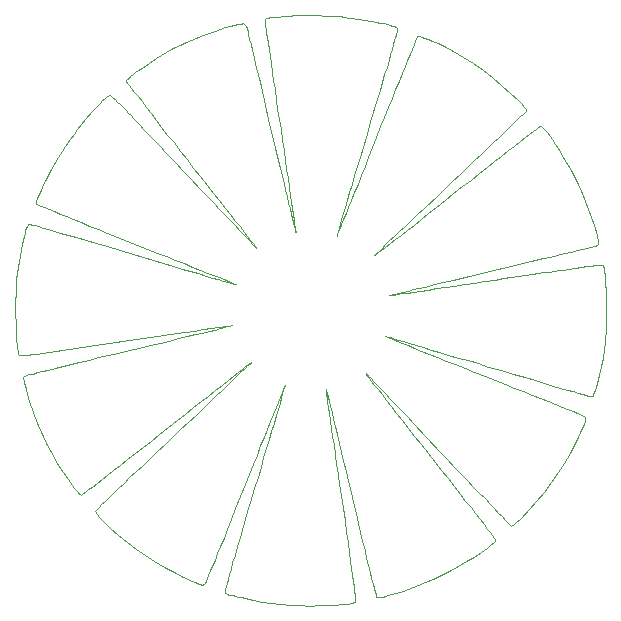
<source format=gbr>
%TF.GenerationSoftware,KiCad,Pcbnew,8.0.4+dfsg-1*%
%TF.CreationDate,2024-08-07T14:19:07+02:00*%
%TF.ProjectId,EMC_antenna,454d435f-616e-4746-956e-6e612e6b6963,rev?*%
%TF.SameCoordinates,Original*%
%TF.FileFunction,Legend,Bot*%
%TF.FilePolarity,Positive*%
%FSLAX46Y46*%
G04 Gerber Fmt 4.6, Leading zero omitted, Abs format (unit mm)*
G04 Created by KiCad (PCBNEW 8.0.4+dfsg-1) date 2024-08-07 14:19:07*
%MOMM*%
%LPD*%
G01*
G04 APERTURE LIST*
%TA.AperFunction,Profile*%
%ADD10C,0.100000*%
%TD*%
G04 APERTURE END LIST*
D10*
%TO.C,AE1*%
X122095379Y-90333310D02*
X122114329Y-91353790D01*
X122100009Y-89302550D02*
X122095379Y-90333310D01*
X122111829Y-88805440D02*
X122100009Y-89302550D01*
X122114329Y-91353790D02*
X122131979Y-91838060D01*
X122130359Y-88332300D02*
X122111829Y-88805440D01*
X122131979Y-91838060D02*
X122154719Y-92293220D01*
X122154719Y-92293220D02*
X122182279Y-92710430D01*
X122155849Y-87891980D02*
X122130359Y-88332300D01*
X122182279Y-92710430D02*
X122214399Y-93080830D01*
X122188569Y-87493320D02*
X122155849Y-87891980D01*
X122214399Y-93080830D02*
X122250809Y-93395580D01*
X122250809Y-93395580D02*
X122291239Y-93645840D01*
X122291239Y-93645840D02*
X122335419Y-93822750D01*
X122335419Y-93822750D02*
X122383079Y-93917470D01*
X122383079Y-93917470D02*
X122422899Y-93944020D01*
X122385429Y-86002490D02*
X122188569Y-87493320D01*
X122422899Y-93944020D02*
X122486889Y-93960610D01*
X122486889Y-93960610D02*
X122583389Y-93966670D01*
X122583389Y-93966670D02*
X122720739Y-93961650D01*
X122660269Y-84538050D02*
X122385429Y-86002490D01*
X122720739Y-93961650D02*
X122907289Y-93944980D01*
X122733699Y-84210590D02*
X122660269Y-84538050D01*
X122773069Y-95952880D02*
X122790889Y-96069090D01*
X122773789Y-95800560D02*
X122773069Y-95952880D01*
X122790889Y-96069090D02*
X122821709Y-96219580D01*
X122807019Y-83907810D02*
X122733699Y-84210590D01*
X122818669Y-95717040D02*
X122773789Y-95800560D01*
X122821709Y-96219580D02*
X122866169Y-96410060D01*
X122866169Y-96410060D02*
X122868866Y-96420901D01*
X122868056Y-96417643D02*
X122988694Y-96902205D01*
X122868866Y-96420901D02*
X122924919Y-96646200D01*
X122874779Y-95695870D02*
X122818669Y-95717040D01*
X122879249Y-83634310D02*
X122807019Y-83907810D01*
X122907289Y-93944980D02*
X123151369Y-93916110D01*
X122924919Y-96646200D02*
X122868056Y-96417643D01*
X122949369Y-83394690D02*
X122879249Y-83634310D01*
X122988694Y-96902205D02*
X123264986Y-97861919D01*
X123016409Y-83193560D02*
X122949369Y-83394690D01*
X123018759Y-95654110D02*
X122874779Y-95695870D01*
X123079349Y-83035520D02*
X123016409Y-83193560D01*
X123137219Y-82925170D02*
X123079349Y-83035520D01*
X123151369Y-93916110D02*
X123461339Y-93874480D01*
X123188999Y-82867120D02*
X123137219Y-82925170D01*
X123233759Y-82866930D02*
X123188999Y-82867120D01*
X123246049Y-95592900D02*
X123018759Y-95654110D01*
X123264986Y-97861919D02*
X123580788Y-98809367D01*
X123338759Y-82885700D02*
X123233759Y-82866930D01*
X123461339Y-93874480D02*
X123845519Y-93819510D01*
X123505599Y-82923880D02*
X123338759Y-82885700D01*
X123552099Y-95513340D02*
X123246049Y-95592900D01*
X123580788Y-98809367D02*
X123935558Y-99742923D01*
X123735859Y-82981930D02*
X123505599Y-82923880D01*
X123832769Y-81004400D02*
X123834159Y-81094330D01*
X123834159Y-81094330D02*
X123861029Y-81152880D01*
X123845519Y-93819510D02*
X128832059Y-93093680D01*
X123860599Y-80873080D02*
X123832769Y-81004400D01*
X123861029Y-81152880D02*
X123913589Y-81180890D01*
X123913589Y-81180890D02*
X124050429Y-81242160D01*
X123921339Y-80690320D02*
X123860599Y-80873080D01*
X123932329Y-95416550D02*
X123552099Y-95513340D01*
X123935558Y-99742923D02*
X124328687Y-100660985D01*
X124018699Y-80446110D02*
X123921339Y-80690320D01*
X124031139Y-83060300D02*
X123735859Y-82981930D01*
X124050429Y-81242160D02*
X124267189Y-81334920D01*
X124156409Y-80130430D02*
X124018699Y-80446110D01*
X124241559Y-79942650D02*
X124156409Y-80130430D01*
X124267189Y-81334920D02*
X124559489Y-81457410D01*
X124328687Y-100660985D02*
X124759501Y-101561977D01*
X124338179Y-79733240D02*
X124241559Y-79942650D01*
X124382199Y-95303660D02*
X123932329Y-95416550D01*
X124393029Y-83159450D02*
X124031139Y-83060300D01*
X124446739Y-79500950D02*
X124338179Y-79733240D01*
X124559489Y-81457410D02*
X124922989Y-81607850D01*
X124567709Y-79244520D02*
X124446739Y-79500950D01*
X124759501Y-101561977D02*
X124991125Y-102004362D01*
X124823129Y-83279840D02*
X124393029Y-83159450D01*
X124897149Y-95175780D02*
X124382199Y-95303660D01*
X124922989Y-81607850D02*
X125353309Y-81784470D01*
X124989179Y-78401930D02*
X124567709Y-79244520D01*
X124991125Y-102004362D02*
X125710199Y-103236910D01*
X125323039Y-83421920D02*
X124823129Y-83279840D01*
X125353309Y-81784470D02*
X125846099Y-81985520D01*
X125452219Y-77579790D02*
X124989179Y-78401930D01*
X125472619Y-95034030D02*
X124897149Y-95175780D01*
X125710199Y-103236910D02*
X126525399Y-104462800D01*
X125713479Y-77152630D02*
X125452219Y-77579790D01*
X125846099Y-81985520D02*
X126396979Y-82209210D01*
X125894339Y-83586140D02*
X125323039Y-83421920D01*
X126002119Y-76702080D02*
X125713479Y-77152630D01*
X126104049Y-94879530D02*
X125472619Y-95034030D01*
X126323799Y-76218620D02*
X126002119Y-76702080D01*
X126396979Y-82209210D02*
X127001599Y-82453780D01*
X126525399Y-104462800D02*
X126721029Y-104735390D01*
X126538619Y-83772970D02*
X125894339Y-83586140D01*
X126684179Y-75692770D02*
X126323799Y-76218620D01*
X126721029Y-104735390D02*
X126907199Y-104985650D01*
X126786889Y-94713400D02*
X126104049Y-94879530D01*
X126907199Y-104985650D02*
X127080819Y-105209220D01*
X127001599Y-82453780D02*
X127655579Y-82717470D01*
X127015619Y-75222850D02*
X126684179Y-75692770D01*
X127080819Y-105209220D02*
X127238799Y-105401710D01*
X127238799Y-105401710D02*
X127378039Y-105558740D01*
X127257489Y-83982860D02*
X126538619Y-83772970D01*
X127333179Y-74789810D02*
X127015619Y-75222850D01*
X127378039Y-105558740D02*
X127495449Y-105675930D01*
X127495449Y-105675930D02*
X127587929Y-105748900D01*
X127516579Y-94536760D02*
X126786889Y-94713400D01*
X127587929Y-105748900D02*
X127652399Y-105773270D01*
X127642679Y-74386610D02*
X127333179Y-74789810D01*
X127652399Y-105773270D02*
X127705089Y-105743270D01*
X127655579Y-82717470D02*
X128354579Y-82998500D01*
X127705089Y-105743270D02*
X127829649Y-105656100D01*
X127829649Y-105656100D02*
X128022329Y-105514690D01*
X127949959Y-74006220D02*
X127642679Y-74386610D01*
X128022329Y-105514690D02*
X128279339Y-105321950D01*
X128052539Y-84216260D02*
X127257489Y-83982860D01*
X128279339Y-105321950D02*
X128596919Y-105080810D01*
X128288559Y-94350720D02*
X127516579Y-94536760D01*
X128354579Y-82998500D02*
X129094219Y-83295110D01*
X128581189Y-73285750D02*
X127949959Y-74006220D01*
X128596919Y-105080810D02*
X128971289Y-104794200D01*
X128832059Y-93093680D02*
X136409369Y-91988280D01*
X128845649Y-107134590D02*
X128852049Y-107175370D01*
X128852049Y-107175370D02*
X128881799Y-107236120D01*
X128881799Y-107236120D02*
X128933229Y-107315070D01*
X128882209Y-107088780D02*
X128845649Y-107134590D01*
X128925359Y-84473630D02*
X128052539Y-84216260D01*
X128933229Y-107315070D02*
X129004669Y-107410480D01*
X128971289Y-104794200D02*
X129398689Y-104465040D01*
X128984289Y-106981430D02*
X128882209Y-107088780D01*
X129004669Y-107410480D02*
X129200889Y-107643660D01*
X129094219Y-83295110D02*
X129870139Y-83605520D01*
X129098269Y-94156410D02*
X128288559Y-94350720D01*
X129148509Y-106815750D02*
X128984289Y-106981430D01*
X129200889Y-107643660D02*
X129457099Y-107921650D01*
X129273539Y-72572170D02*
X128581189Y-73285750D01*
X129371519Y-106595000D02*
X129148509Y-106815750D01*
X129398689Y-104465040D02*
X129875329Y-104096250D01*
X129452559Y-72397720D02*
X129273539Y-72572170D01*
X129457099Y-107921650D02*
X130096079Y-108555970D01*
X129604889Y-72254500D02*
X129452559Y-72397720D01*
X129649939Y-106322410D02*
X129371519Y-106595000D01*
X129733059Y-72140570D02*
X129604889Y-72254500D01*
X129839589Y-72054030D02*
X129733059Y-72140570D01*
X129870139Y-83605520D02*
X130677979Y-83927980D01*
X129875329Y-104096250D02*
X130397459Y-103690760D01*
X129877539Y-84755430D02*
X128925359Y-84473630D01*
X129927029Y-71992930D02*
X129839589Y-72054030D01*
X129941149Y-93954940D02*
X129098269Y-94156410D01*
X129980409Y-106001200D02*
X129649939Y-106322410D01*
X129997879Y-71955360D02*
X129927029Y-71992930D01*
X130054689Y-71939390D02*
X129997879Y-71955360D01*
X130096079Y-108555970D02*
X130814759Y-109201280D01*
X130099979Y-71943090D02*
X130054689Y-71939390D01*
X130142919Y-71961880D02*
X130099979Y-71943090D01*
X130200269Y-71999010D02*
X130142919Y-71961880D01*
X130279619Y-72062360D02*
X130200269Y-71999010D01*
X130359579Y-105634610D02*
X129980409Y-106001200D01*
X130388559Y-72159770D02*
X130279619Y-72062360D01*
X130397459Y-103690760D02*
X130961299Y-103251480D01*
X130534669Y-72299110D02*
X130388559Y-72159770D01*
X130677979Y-83927980D02*
X131513369Y-84260700D01*
X130725539Y-72488230D02*
X130534669Y-72299110D01*
X130784059Y-105225880D02*
X130359579Y-105634610D01*
X130812649Y-93747430D02*
X129941149Y-93954940D01*
X130814759Y-109201280D02*
X131529799Y-109783300D01*
X130910679Y-85062100D02*
X129877539Y-84755430D01*
X130961299Y-103251480D02*
X131563069Y-102781360D01*
X130968759Y-72734990D02*
X130725539Y-72488230D01*
X131250509Y-104778240D02*
X130784059Y-105225880D01*
X131271909Y-73047260D02*
X130968759Y-72734990D01*
X131448339Y-73230410D02*
X131271909Y-73047260D01*
X131467199Y-70735160D02*
X131497219Y-70787790D01*
X131491589Y-70670750D02*
X131467199Y-70735160D01*
X131497219Y-70787790D02*
X131584459Y-70912240D01*
X131513369Y-84260700D02*
X132371959Y-84601930D01*
X131529799Y-109783300D02*
X132285159Y-110351720D01*
X131563069Y-102781360D02*
X132198999Y-102283300D01*
X131564629Y-70578360D02*
X131491589Y-70670750D01*
X131584459Y-70912240D02*
X131725999Y-71104730D01*
X131642589Y-73432880D02*
X131448339Y-73230410D01*
X131681929Y-70461060D02*
X131564629Y-70578360D01*
X131708209Y-93535010D02*
X130812649Y-93747430D01*
X131725999Y-71104730D02*
X131918889Y-71361490D01*
X131755539Y-104294930D02*
X131250509Y-104778240D01*
X131839119Y-70321960D02*
X131681929Y-70461060D01*
X131855619Y-73655660D02*
X131642589Y-73432880D01*
X131918889Y-71361490D02*
X132160229Y-71678760D01*
X132026379Y-85394120D02*
X130910679Y-85062100D01*
X132031789Y-70164130D02*
X131839119Y-70321960D01*
X132088379Y-73899730D02*
X131855619Y-73655660D01*
X132160229Y-71678760D02*
X132447079Y-72052770D01*
X132198999Y-102283300D02*
X132865329Y-101760230D01*
X132255579Y-69990680D02*
X132031789Y-70164130D01*
X132285159Y-110351720D02*
X133069759Y-110899640D01*
X132295809Y-103779170D02*
X131755539Y-104294930D01*
X132341809Y-74166060D02*
X132088379Y-73899730D01*
X132371959Y-84601930D02*
X133229969Y-84942740D01*
X132447079Y-72052770D02*
X132776509Y-72479750D01*
X132506089Y-69804690D02*
X132255579Y-69990680D01*
X132602899Y-93322990D02*
X131708209Y-93535010D01*
X132616859Y-74455650D02*
X132341809Y-74166060D01*
X132776509Y-72479750D02*
X133145609Y-72955940D01*
X132778939Y-69609250D02*
X132506089Y-69804690D01*
X132865329Y-101760230D02*
X133558279Y-101215080D01*
X132867949Y-103234200D02*
X132295809Y-103779170D01*
X132914489Y-74769470D02*
X132616859Y-74455650D01*
X132915089Y-85658720D02*
X132026379Y-85394120D01*
X133069759Y-110899640D02*
X133872509Y-111420140D01*
X133145609Y-72955940D02*
X133551439Y-73477560D01*
X133229969Y-84942740D02*
X134063679Y-85274230D01*
X133235629Y-75108500D02*
X132914489Y-74769470D01*
X133468589Y-102663260D02*
X132867949Y-103234200D01*
X133471839Y-93116700D02*
X132602899Y-93322990D01*
X133551439Y-73477560D02*
X133991069Y-74040850D01*
X133558279Y-101215080D02*
X134274079Y-100650770D01*
X133581249Y-75473730D02*
X133235629Y-75108500D01*
X133779119Y-85915670D02*
X132915089Y-85658720D01*
X133872509Y-111420140D02*
X134682349Y-111906290D01*
X133952279Y-75866150D02*
X133581249Y-75473730D01*
X133991069Y-74040850D02*
X134461589Y-74642040D01*
X134006019Y-68794830D02*
X132778939Y-69609250D01*
X134063679Y-85274230D02*
X134868799Y-85594670D01*
X134094359Y-102069580D02*
X133468589Y-102663260D01*
X134274079Y-100650770D02*
X135008949Y-100070230D01*
X134310559Y-92917200D02*
X133471839Y-93116700D01*
X134349669Y-76286720D02*
X133952279Y-75866150D01*
X134461589Y-74642040D02*
X134960059Y-75277350D01*
X134613989Y-86163640D02*
X133779119Y-85915670D01*
X134682349Y-111906290D02*
X135488179Y-112351200D01*
X134741909Y-101456390D02*
X134094359Y-102069580D01*
X134774379Y-76736440D02*
X134349669Y-76286720D01*
X134868799Y-85594670D02*
X135640999Y-85902340D01*
X134960059Y-75277350D02*
X135483559Y-75943040D01*
X135008949Y-100070230D02*
X135742349Y-99490440D01*
X135114579Y-92725560D02*
X134310559Y-92917200D01*
X135227349Y-77216290D02*
X134774379Y-76736440D01*
X135239709Y-68076500D02*
X134006019Y-68794830D01*
X135407859Y-100826930D02*
X134741909Y-101456390D01*
X135415199Y-86401320D02*
X134613989Y-86163640D01*
X135483559Y-75943040D02*
X136029159Y-76635310D01*
X135488179Y-112351200D02*
X136278939Y-112747930D01*
X135632349Y-67876790D02*
X135239709Y-68076500D01*
X135640999Y-85902340D02*
X136375979Y-86195510D01*
X135709529Y-77727250D02*
X135227349Y-77216290D01*
X135742349Y-99490440D02*
X136453789Y-98928350D01*
X135879449Y-92542880D02*
X135114579Y-92725560D01*
X136029159Y-76635310D02*
X136593929Y-77350420D01*
X136061109Y-67672730D02*
X135632349Y-67876790D01*
X136074389Y-100197440D02*
X135407859Y-100826930D01*
X136178269Y-86627380D02*
X135415199Y-86401320D01*
X136221869Y-78270300D02*
X135709529Y-77727250D01*
X136278939Y-112747930D02*
X137043539Y-113089580D01*
X136375979Y-86195510D02*
X137069439Y-86472450D01*
X136409369Y-91988280D02*
X137205189Y-91872550D01*
X136453789Y-98928350D02*
X137139669Y-98386800D01*
X136518189Y-67467050D02*
X136061109Y-67672730D01*
X136593929Y-77350420D02*
X137174959Y-78084580D01*
X136600669Y-92370230D02*
X135879449Y-92542880D01*
X136723599Y-99584160D02*
X136074389Y-100197440D01*
X136765319Y-78846420D02*
X136221869Y-78270300D01*
X136898729Y-86840490D02*
X136178269Y-86627380D01*
X136995759Y-67262470D02*
X136518189Y-67467050D01*
X137043539Y-113089580D02*
X137271589Y-113183140D01*
X137069439Y-86472450D02*
X137717069Y-86731440D01*
X137139669Y-98386800D02*
X137796349Y-97868660D01*
X137174959Y-78084580D02*
X137753989Y-78815990D01*
X137205189Y-91872550D02*
X137950179Y-91765480D01*
X137271589Y-113183140D02*
X137462429Y-113257800D01*
X137273799Y-92208680D02*
X136600669Y-92370230D01*
X137352089Y-98990320D02*
X136723599Y-99584160D01*
X137462429Y-113257800D02*
X137619859Y-113314630D01*
X137572079Y-87039350D02*
X136898729Y-86840490D01*
X137619859Y-113314630D02*
X137747689Y-113354680D01*
X137717069Y-86731440D02*
X138314559Y-86970750D01*
X137747689Y-113354680D02*
X137929789Y-113388760D01*
X137753989Y-78815990D02*
X138312919Y-79523020D01*
X137796349Y-97868660D02*
X138420209Y-97376760D01*
X137848459Y-79994330D02*
X136765319Y-78846420D01*
X137894349Y-92059320D02*
X137273799Y-92208680D01*
X137929789Y-113388760D02*
X138039189Y-113368570D01*
X137950179Y-91765480D02*
X138627849Y-91669340D01*
X137956419Y-98419170D02*
X137352089Y-98990320D01*
X137981159Y-66867610D02*
X136995759Y-67262470D01*
X138039189Y-113368570D02*
X138069279Y-113328350D01*
X138069279Y-113328350D02*
X138122719Y-113226900D01*
X138122719Y-113226900D02*
X138199899Y-113063330D01*
X138193849Y-87222630D02*
X137572079Y-87039350D01*
X138199899Y-113063330D02*
X138301169Y-112836720D01*
X138301169Y-112836720D02*
X138426919Y-112546190D01*
X138312919Y-79523020D02*
X138849019Y-80202160D01*
X138314559Y-86970750D02*
X138857609Y-87188650D01*
X138420209Y-97376760D02*
X139007619Y-96913960D01*
X138426919Y-112546190D02*
X138577509Y-112190820D01*
X138457839Y-91923220D02*
X137894349Y-92059320D01*
X138533189Y-97873940D02*
X137956419Y-98419170D01*
X138577509Y-112190820D02*
X138753309Y-111769710D01*
X138627849Y-91669340D02*
X139221719Y-91586410D01*
X138753309Y-111769710D02*
X138954689Y-111281970D01*
X138759539Y-87389020D02*
X138193849Y-87222630D01*
X138849019Y-80202160D02*
X139359549Y-80849920D01*
X138857609Y-87188650D02*
X139341899Y-87383430D01*
X138873919Y-81080260D02*
X137848459Y-79994330D01*
X138954689Y-111281970D02*
X139182029Y-110726690D01*
X138954809Y-66510020D02*
X137981159Y-66867610D01*
X138959819Y-91801460D02*
X138457839Y-91923220D01*
X139007619Y-96913960D02*
X139554959Y-96483100D01*
X139078959Y-97357870D02*
X138533189Y-97873940D01*
X139182029Y-110726690D02*
X139435689Y-110102960D01*
X139221719Y-91586410D02*
X139482079Y-91550610D01*
X139264669Y-87537180D02*
X138759539Y-87389020D01*
X139341899Y-87383430D02*
X139763129Y-87553340D01*
X139357679Y-81592210D02*
X138873919Y-81080260D01*
X139359549Y-80849920D02*
X139841799Y-81462810D01*
X139395809Y-91695120D02*
X138959819Y-91801460D01*
X139417689Y-66352050D02*
X138954809Y-66510020D01*
X139435689Y-110102960D02*
X139716049Y-109409890D01*
X139482079Y-91550610D02*
X139715299Y-91518970D01*
X139554959Y-96483100D02*
X140058599Y-96087040D01*
X139590319Y-96874190D02*
X139078959Y-97357870D01*
X139704769Y-87665800D02*
X139264669Y-87537180D01*
X139715299Y-91518970D02*
X139919329Y-91491780D01*
X139716049Y-109409890D02*
X140023479Y-108646580D01*
X139761339Y-91605270D02*
X139395809Y-91695120D01*
X139763129Y-87553340D02*
X140116999Y-87696670D01*
X139805709Y-113989320D02*
X139807929Y-114033630D01*
X139807929Y-114033630D02*
X139842089Y-114082930D01*
X139818189Y-82079360D02*
X139357679Y-81592210D01*
X139820389Y-113892800D02*
X139805709Y-113989320D01*
X139841799Y-81462810D02*
X140293019Y-82037320D01*
X139842089Y-114082930D02*
X139903859Y-114128160D01*
X139852899Y-113740740D02*
X139820389Y-113892800D01*
X139854199Y-66211610D02*
X139417689Y-66352050D01*
X139903859Y-114128160D02*
X140018209Y-114176020D01*
X139904209Y-113529820D02*
X139852899Y-113740740D01*
X139919329Y-91491780D02*
X140092099Y-91469310D01*
X139975249Y-113256710D02*
X139904209Y-113529820D01*
X140018209Y-114176020D02*
X140210149Y-114233220D01*
X140023479Y-108646580D02*
X140358339Y-107812120D01*
X140051929Y-91533000D02*
X139761339Y-91605270D01*
X140058599Y-96087040D02*
X140514929Y-95728620D01*
X140063849Y-96426150D02*
X139590319Y-96874190D01*
X140066979Y-112918110D02*
X139975249Y-113256710D01*
X140075329Y-87773560D02*
X139704769Y-87665800D01*
X140092099Y-91469310D02*
X140231549Y-91451850D01*
X140116999Y-87696670D02*
X140399199Y-87811680D01*
X140180339Y-112510670D02*
X140066979Y-112918110D01*
X140210149Y-114233220D02*
X140343019Y-114267410D01*
X140231549Y-91451850D02*
X140335629Y-91439690D01*
X140252529Y-82538590D02*
X139818189Y-82079360D01*
X140256519Y-66091430D02*
X139854199Y-66211610D01*
X140263119Y-91479380D02*
X140051929Y-91533000D01*
X140293019Y-82037320D02*
X140710489Y-82569970D01*
X140316279Y-112031090D02*
X140180339Y-112510670D01*
X140335629Y-91439690D02*
X140402259Y-91433110D01*
X140343019Y-114267410D02*
X140504649Y-114306450D01*
X140358339Y-107812120D02*
X140721009Y-106905600D01*
X140371889Y-87859140D02*
X140075329Y-87773560D01*
X140390429Y-91445490D02*
X140263119Y-91479380D01*
X140399199Y-87811680D02*
X140605409Y-87896660D01*
X140402259Y-91433110D02*
X140429399Y-91432400D01*
X140429399Y-91432400D02*
X140390429Y-91445490D01*
X140475759Y-111476040D02*
X140316279Y-112031090D01*
X140496129Y-96016970D02*
X140063849Y-96426150D01*
X140504649Y-114306450D02*
X140698169Y-114351170D01*
X140514929Y-95728620D02*
X140920299Y-95410700D01*
X140589959Y-87921220D02*
X140371889Y-87859140D01*
X140605409Y-87896660D02*
X140731339Y-87949870D01*
X140616829Y-65994260D02*
X140256519Y-66091430D01*
X140657749Y-82966800D02*
X140252529Y-82538590D01*
X140659719Y-110842190D02*
X140475759Y-111476040D01*
X140698169Y-114351170D02*
X140926709Y-114402410D01*
X140710489Y-82569970D02*
X141091479Y-83057260D01*
X140721009Y-106905600D02*
X141111859Y-105926140D01*
X140725049Y-87958470D02*
X140589959Y-87921220D01*
X140731339Y-87949870D02*
X140772669Y-87969590D01*
X140772669Y-87969590D02*
X140725049Y-87958470D01*
X140869109Y-110126230D02*
X140659719Y-110842190D01*
X140883739Y-95649910D02*
X140496129Y-96016970D01*
X140920299Y-95410700D02*
X141271099Y-95136110D01*
X140926709Y-114402410D02*
X141193379Y-114461010D01*
X140927339Y-65922820D02*
X140616829Y-65994260D01*
X141030919Y-83360880D02*
X140657749Y-82966800D01*
X141091479Y-83057260D02*
X141433259Y-83495700D01*
X141104869Y-109324830D02*
X140869109Y-110126230D01*
X141111859Y-105926140D02*
X141531259Y-104872820D01*
X141180219Y-65879860D02*
X140927339Y-65922820D01*
X141193379Y-114461010D02*
X141501319Y-114527810D01*
X141223239Y-95328180D02*
X140883739Y-95649910D01*
X141271099Y-95136110D02*
X141563709Y-94907710D01*
X141367659Y-65868100D02*
X141180219Y-65879860D01*
X141367969Y-108434670D02*
X141104869Y-109324830D01*
X141369089Y-83717730D02*
X141030919Y-83360880D01*
X141433259Y-83495700D02*
X141733099Y-83881770D01*
X141481849Y-65890290D02*
X141367659Y-65868100D01*
X141501319Y-114527810D02*
X141853639Y-114603640D01*
X141511239Y-95055040D02*
X141223239Y-95328180D01*
X141531259Y-104872820D02*
X141872529Y-104015290D01*
X141558999Y-65968640D02*
X141481849Y-65890290D01*
X141563709Y-94907710D02*
X141794489Y-94728360D01*
X141635909Y-66128630D02*
X141558999Y-65968640D01*
X141659339Y-107452420D02*
X141367969Y-108434670D01*
X141669329Y-84034240D02*
X141369089Y-83717730D01*
X141675979Y-66243690D02*
X141635909Y-66128630D01*
X141718029Y-66384510D02*
X141675979Y-66243690D01*
X141733099Y-83881770D02*
X141988279Y-84212000D01*
X141744299Y-94833720D02*
X141511239Y-95055040D01*
X141762749Y-66552860D02*
X141718029Y-66384510D01*
X141794489Y-94728360D02*
X141959829Y-94600890D01*
X141810819Y-66750540D02*
X141762749Y-66552860D01*
X141815919Y-106925730D02*
X141659339Y-107452420D01*
X141853639Y-114603640D02*
X142253459Y-114689340D01*
X141872529Y-104015290D02*
X142204479Y-103182040D01*
X141910869Y-67176270D02*
X141810819Y-66750540D01*
X141918999Y-94667450D02*
X141744299Y-94833720D01*
X141928689Y-84307310D02*
X141669329Y-84034240D01*
X141959829Y-94600890D02*
X142056089Y-94528170D01*
X141979929Y-106374770D02*
X141815919Y-106925730D01*
X141988279Y-84212000D02*
X142196059Y-84482890D01*
X142021609Y-67646380D02*
X141910869Y-67176270D01*
X142031929Y-94559470D02*
X141918999Y-94667450D01*
X142056089Y-94528170D02*
X142079659Y-94513030D01*
X142079659Y-94513030D02*
X142031929Y-94559470D01*
X142142129Y-68157050D02*
X142021609Y-67646380D01*
X142144239Y-84533830D02*
X141928689Y-84307310D01*
X142151479Y-105799130D02*
X141979929Y-106374770D01*
X142196059Y-84482890D02*
X142353709Y-84690930D01*
X142204479Y-103182040D02*
X142525359Y-102377380D01*
X142253459Y-114689340D02*
X142985449Y-114829960D01*
X142271529Y-68704490D02*
X142142129Y-68157050D01*
X142313029Y-84710700D02*
X142144239Y-84533830D01*
X142330699Y-105198390D02*
X142151479Y-105799130D01*
X142353709Y-84690930D02*
X142458499Y-84832640D01*
X142408889Y-69284900D02*
X142271529Y-68704490D01*
X142432129Y-84834810D02*
X142313029Y-84710700D01*
X142458499Y-84832640D02*
X142507709Y-84904520D01*
X142498599Y-84903060D02*
X142432129Y-84834810D01*
X142507709Y-84904520D02*
X142498599Y-84903060D01*
X142525359Y-102377380D02*
X142833449Y-101605610D01*
X142553309Y-69894490D02*
X142408889Y-69284900D01*
X142595039Y-104312190D02*
X142330699Y-105198390D01*
X142703889Y-70529450D02*
X142553309Y-69894490D01*
X142833449Y-101605610D02*
X143127019Y-100871040D01*
X142851729Y-103450600D02*
X142595039Y-104312190D01*
X142859719Y-71185990D02*
X142703889Y-70529450D01*
X142985449Y-114829960D02*
X143752839Y-114946710D01*
X143099449Y-102618100D02*
X142851729Y-103450600D01*
X143127019Y-100871040D02*
X143404349Y-100177970D01*
X143193659Y-65707800D02*
X143206949Y-65849730D01*
X143198199Y-65595200D02*
X143193659Y-65707800D01*
X143206949Y-65849730D02*
X143218159Y-65926550D01*
X143218159Y-65926550D02*
X143242209Y-66089570D01*
X143220619Y-65511610D02*
X143198199Y-65595200D01*
X143242209Y-66089570D02*
X143278399Y-66334190D01*
X143260969Y-65456710D02*
X143220619Y-65511610D01*
X143278399Y-66334190D02*
X143326059Y-66655790D01*
X143326059Y-66655790D02*
X143384509Y-67049770D01*
X143328059Y-65429680D02*
X143260969Y-65456710D01*
X143336879Y-101819160D02*
X143099449Y-102618100D01*
X143384509Y-67049770D02*
X143453049Y-67511510D01*
X143404349Y-100177970D02*
X143663689Y-99530710D01*
X143453049Y-67511510D02*
X143530999Y-68036400D01*
X143466519Y-65400410D02*
X143328059Y-65429680D01*
X143517379Y-73951940D02*
X142859719Y-71185990D01*
X143530999Y-68036400D02*
X143617679Y-68619840D01*
X143562709Y-101058240D02*
X143336879Y-101819160D01*
X143617679Y-68619840D02*
X143712399Y-69257220D01*
X143663689Y-99530710D02*
X143903329Y-98933550D01*
X143676389Y-65368890D02*
X143466519Y-65400410D01*
X143712399Y-69257220D02*
X143814479Y-69943910D01*
X143752839Y-114946710D02*
X144547699Y-115039070D01*
X143775609Y-100339820D02*
X143562709Y-101058240D01*
X143814479Y-69943910D02*
X143923229Y-70675320D01*
X143903329Y-98933550D02*
X144121529Y-98390810D01*
X143923229Y-70675320D02*
X144037959Y-71446840D01*
X143957759Y-65335120D02*
X143676389Y-65368890D01*
X143974269Y-99668370D02*
X143775609Y-100339820D01*
X144037959Y-71446840D02*
X144157999Y-72253840D01*
X144121529Y-98390810D02*
X144316569Y-97906790D01*
X144157369Y-99048370D02*
X143974269Y-99668370D01*
X144157999Y-72253840D02*
X144282649Y-73091730D01*
X144186489Y-76759210D02*
X143517379Y-73951940D01*
X144282649Y-73091730D02*
X144411229Y-73955900D01*
X144310689Y-65299090D02*
X143957759Y-65335120D01*
X144316569Y-97906790D02*
X144486719Y-97485790D01*
X144323579Y-98484270D02*
X144157369Y-99048370D01*
X144411229Y-73955900D02*
X144543069Y-74841720D01*
X144471589Y-97980570D02*
X144323579Y-98484270D01*
X144486719Y-97485790D02*
X144630239Y-97132120D01*
X144507209Y-78102370D02*
X144186489Y-76759210D01*
X144543069Y-74841720D02*
X144674579Y-75726020D01*
X144547699Y-115039070D02*
X145362059Y-115106510D01*
X144600079Y-97541710D02*
X144471589Y-97980570D01*
X144630239Y-97132120D02*
X144745419Y-96850080D01*
X144674579Y-75726020D02*
X144802219Y-76585700D01*
X144707729Y-97172190D02*
X144600079Y-97541710D01*
X144735229Y-65260790D02*
X144310689Y-65299090D01*
X144745419Y-96850080D02*
X144830509Y-96643980D01*
X144793219Y-96876470D02*
X144707729Y-97172190D01*
X144802219Y-76585700D02*
X144925339Y-77416310D01*
X144809049Y-79364700D02*
X144507209Y-78102370D01*
X144830509Y-96643980D02*
X144883799Y-96518120D01*
X144855229Y-96659020D02*
X144793219Y-96876470D01*
X144883799Y-96518120D02*
X144903539Y-96476810D01*
X144892439Y-96524310D02*
X144855229Y-96659020D01*
X144903539Y-96476810D02*
X144892439Y-96524310D01*
X144925339Y-77416310D02*
X145043279Y-78213380D01*
X144950609Y-79956060D02*
X144809049Y-79364700D01*
X145043279Y-78213380D02*
X145155399Y-78972460D01*
X145084729Y-80515810D02*
X144950609Y-79956060D01*
X145155399Y-78972460D02*
X145261029Y-79689080D01*
X145210509Y-81040150D02*
X145084729Y-80515810D01*
X145231469Y-65220210D02*
X144735229Y-65260790D01*
X145261029Y-79689080D02*
X145359539Y-80358800D01*
X145327029Y-81525300D02*
X145210509Y-81040150D01*
X145359539Y-80358800D02*
X145450249Y-80977140D01*
X145362059Y-115106510D02*
X146187979Y-115148500D01*
X145433379Y-81967440D02*
X145327029Y-81525300D01*
X145450249Y-80977140D02*
X145532519Y-81539640D01*
X145528669Y-82362790D02*
X145433379Y-81967440D01*
X145532519Y-81539640D02*
X145605699Y-82041860D01*
X145605699Y-82041860D02*
X145669129Y-82479330D01*
X145611989Y-82707540D02*
X145528669Y-82362790D01*
X145669129Y-82479330D02*
X145722159Y-82847590D01*
X145682419Y-82997890D02*
X145611989Y-82707540D01*
X145722159Y-82847590D02*
X145764129Y-83142180D01*
X145739059Y-83230050D02*
X145682419Y-82997890D01*
X145764129Y-83142180D02*
X145794399Y-83358650D01*
X145781009Y-83400210D02*
X145739059Y-83230050D01*
X145794399Y-83358650D02*
X145812309Y-83492530D01*
X145799459Y-65177360D02*
X145231469Y-65220210D01*
X145807359Y-83504580D02*
X145781009Y-83400210D01*
X145812309Y-83492530D02*
X145817199Y-83539360D01*
X145817199Y-83539360D02*
X145807359Y-83504580D01*
X145932949Y-65170580D02*
X145799459Y-65177360D01*
X146107629Y-65166350D02*
X145932949Y-65170580D01*
X146187979Y-115148500D02*
X147017489Y-115164500D01*
X146318129Y-65164500D02*
X146107629Y-65166350D01*
X146559079Y-65164900D02*
X146318129Y-65164500D01*
X147017489Y-115164500D02*
X147842659Y-115153990D01*
X147110839Y-65171830D02*
X146559079Y-65164900D01*
X147719939Y-65185930D02*
X147110839Y-65171830D01*
X147842659Y-115153990D02*
X148655509Y-115116430D01*
X148343429Y-65206030D02*
X147719939Y-65185930D01*
X148369839Y-96819350D02*
X148382929Y-96858320D01*
X148374309Y-96872040D02*
X148369839Y-96819350D01*
X148382929Y-96858320D02*
X148416839Y-96985550D01*
X148391869Y-97013750D02*
X148374309Y-96872040D01*
X148416839Y-96985550D02*
X148470499Y-97196570D01*
X148421889Y-97239890D02*
X148391869Y-97013750D01*
X148463699Y-97545860D02*
X148421889Y-97239890D01*
X148470499Y-97196570D02*
X148542829Y-97486920D01*
X148516649Y-97927080D02*
X148463699Y-97545860D01*
X148542829Y-97486920D02*
X148632749Y-97852130D01*
X148580079Y-98378960D02*
X148516649Y-97927080D01*
X148632749Y-97852130D02*
X148739189Y-98287730D01*
X148653339Y-98896900D02*
X148580079Y-98378960D01*
X148655509Y-115116430D02*
X148989679Y-115094860D01*
X148735779Y-99476310D02*
X148653339Y-98896900D01*
X148739189Y-98287730D02*
X148861049Y-98789250D01*
X148826739Y-100112600D02*
X148735779Y-99476310D01*
X148861049Y-98789250D02*
X148997279Y-99352230D01*
X148925559Y-100801190D02*
X148826739Y-100112600D01*
X148938349Y-65230920D02*
X148343429Y-65206030D01*
X148989679Y-115094860D02*
X149287739Y-115074970D01*
X148997279Y-99352230D02*
X149146779Y-99972200D01*
X149031589Y-101537470D02*
X148925559Y-100801190D01*
X149144179Y-102316870D02*
X149031589Y-101537470D01*
X149146779Y-99972200D02*
X149308469Y-100644700D01*
X149211669Y-65244800D02*
X148938349Y-65230920D01*
X149262669Y-103134780D02*
X149144179Y-102316870D01*
X149287739Y-115074970D02*
X149551819Y-115056440D01*
X149288099Y-83842680D02*
X149298569Y-83797270D01*
X149298569Y-83797270D02*
X149333929Y-83668690D01*
X149307849Y-83801390D02*
X149288099Y-83842680D01*
X149308469Y-100644700D02*
X149481289Y-101365250D01*
X149333929Y-83668690D02*
X149392929Y-83461200D01*
X149361109Y-83675590D02*
X149307849Y-83801390D01*
X149386409Y-103986630D02*
X149262669Y-103134780D01*
X149392929Y-83461200D02*
X149474309Y-83179070D01*
X149446179Y-83469580D02*
X149361109Y-83675590D01*
X149461729Y-65259420D02*
X149211669Y-65244800D01*
X149474309Y-83179070D02*
X149576809Y-82826560D01*
X149481289Y-101365250D02*
X149664139Y-102129390D01*
X149514729Y-104867810D02*
X149386409Y-103986630D01*
X149551819Y-115056440D02*
X149784089Y-115038970D01*
X149561309Y-83187660D02*
X149446179Y-83469580D01*
X149576809Y-82826560D02*
X149699189Y-82407940D01*
X149646999Y-105773730D02*
X149514729Y-104867810D01*
X149664139Y-102129390D02*
X149855949Y-102932650D01*
X149683169Y-65274650D02*
X149461729Y-65259420D01*
X149699189Y-82407940D02*
X149840179Y-81927470D01*
X149704779Y-82834140D02*
X149561309Y-83187660D01*
X149784089Y-115038970D02*
X149986699Y-115022250D01*
X149811679Y-106902510D02*
X149646999Y-105773730D01*
X149840179Y-81927470D02*
X149998519Y-81389420D01*
X149855949Y-102932650D02*
X150055639Y-103770570D01*
X149870609Y-65290330D02*
X149683169Y-65274650D01*
X149874859Y-82413320D02*
X149704779Y-82834140D01*
X149963729Y-107949460D02*
X149811679Y-106902510D01*
X149986699Y-115022250D02*
X150161799Y-115005970D01*
X149998519Y-81389420D02*
X150172959Y-80798060D01*
X150055639Y-103770570D02*
X150262139Y-104638670D01*
X150069819Y-81929500D02*
X149874859Y-82413320D01*
X150103349Y-108915980D02*
X149963729Y-107949460D01*
X150161799Y-115005970D02*
X150311549Y-114989820D01*
X150172959Y-80798060D02*
X150362249Y-80157640D01*
X150230729Y-109803480D02*
X150103349Y-108915980D01*
X150262139Y-104638670D02*
X150474359Y-105532490D01*
X150287939Y-81386980D02*
X150069819Y-81929500D01*
X150311549Y-114989820D02*
X150438089Y-114973500D01*
X150346049Y-110613350D02*
X150230729Y-109803480D01*
X150362249Y-80157640D02*
X150565119Y-79472430D01*
X150438089Y-114973500D02*
X150630189Y-114939100D01*
X150449509Y-111347000D02*
X150346049Y-110613350D01*
X150474359Y-105532490D02*
X150686989Y-106427190D01*
X150527489Y-80790070D02*
X150287939Y-81386980D01*
X150541299Y-112005830D02*
X150449509Y-111347000D01*
X150565119Y-79472430D02*
X150780319Y-78746700D01*
X150621599Y-112591240D02*
X150541299Y-112005830D01*
X150630189Y-114939100D02*
X150755319Y-114900330D01*
X150686989Y-106427190D02*
X150894709Y-107297860D01*
X150690619Y-113104640D02*
X150621599Y-112591240D01*
X150748529Y-113547420D02*
X150690619Y-113104640D01*
X150755319Y-114900330D02*
X150830709Y-114854710D01*
X150780319Y-78746700D02*
X151006589Y-77984720D01*
X150786729Y-80143070D02*
X150527489Y-80790070D01*
X150795539Y-113921000D02*
X150748529Y-113547420D01*
X150830709Y-114854710D02*
X150873579Y-114799800D01*
X150831819Y-114226760D02*
X150795539Y-113921000D01*
X150857579Y-114466130D02*
X150831819Y-114226760D01*
X150872989Y-114640480D02*
X150857579Y-114466130D01*
X150873579Y-114799800D02*
X150878259Y-114751240D01*
X150878259Y-114751240D02*
X150872989Y-114640480D01*
X150894709Y-107297860D02*
X151096389Y-108139940D01*
X151006589Y-77984720D02*
X151242679Y-77190740D01*
X151063939Y-79450280D02*
X150786729Y-80143070D01*
X151096389Y-108139940D02*
X151290909Y-108948890D01*
X151228309Y-65468780D02*
X149870609Y-65290330D01*
X151242679Y-77190740D02*
X151487329Y-76369040D01*
X151290909Y-108948890D02*
X151477159Y-109720150D01*
X151357399Y-78716010D02*
X151063939Y-79450280D01*
X151477159Y-109720150D02*
X151653999Y-110449160D01*
X151487329Y-76369040D02*
X151739269Y-75523870D01*
X151653999Y-110449160D02*
X151820329Y-111131380D01*
X151665359Y-77944560D02*
X151357399Y-78716010D01*
X151739269Y-75523870D02*
X152238969Y-73848360D01*
X151748889Y-95483440D02*
X151764819Y-95492650D01*
X151764819Y-95492650D02*
X151840719Y-95571360D01*
X151791439Y-95547770D02*
X151748889Y-95483440D01*
X151820329Y-111131380D02*
X151975029Y-111762240D01*
X151840719Y-95571360D02*
X151974129Y-95710930D01*
X151889779Y-95682190D02*
X151791439Y-95547770D01*
X151974129Y-95710930D02*
X152161819Y-95907960D01*
X151975029Y-111762240D02*
X152116959Y-112337200D01*
X151986119Y-77140230D02*
X151665359Y-77944560D01*
X152041219Y-95883250D02*
X151889779Y-95682190D01*
X152116959Y-112337200D02*
X152245019Y-112851710D01*
X152161819Y-95907960D02*
X152400549Y-96159030D01*
X152238969Y-73848360D02*
X152710199Y-72267640D01*
X152243049Y-96147480D02*
X152041219Y-95883250D01*
X152245019Y-112851710D02*
X152358069Y-113301200D01*
X152317919Y-76307320D02*
X151986119Y-77140230D01*
X152358069Y-113301200D02*
X152455009Y-113681120D01*
X152400549Y-96159030D02*
X152687089Y-96460720D01*
X152424679Y-85511220D02*
X152433899Y-85495310D01*
X152433899Y-85495310D02*
X152512679Y-85419480D01*
X152455009Y-113681120D02*
X152534709Y-113986930D01*
X152489069Y-85468710D02*
X152424679Y-85511220D01*
X152492589Y-96471420D02*
X152243049Y-96147480D01*
X152512679Y-85419480D02*
X152652389Y-85286200D01*
X152534709Y-113986930D02*
X152596059Y-114214060D01*
X152596059Y-114214060D02*
X152637919Y-114357970D01*
X152623619Y-85370470D02*
X152489069Y-85468710D01*
X152637919Y-114357970D02*
X152659179Y-114414100D01*
X152637969Y-65729550D02*
X151228309Y-65468780D01*
X152652389Y-85286200D02*
X152849609Y-85098700D01*
X152659059Y-75450140D02*
X152317919Y-76307320D01*
X152659179Y-114414100D02*
X152745819Y-114458600D01*
X152687089Y-96460720D02*
X153018209Y-96809640D01*
X152710199Y-72267640D02*
X152931809Y-71524030D01*
X152745819Y-114458600D02*
X152909259Y-114456140D01*
X152787139Y-96851630D02*
X152492589Y-96471420D01*
X152824869Y-85219180D02*
X152623619Y-85370470D01*
X152849609Y-85098700D02*
X153100919Y-84860200D01*
X152909259Y-114456140D02*
X153035509Y-114435280D01*
X152931809Y-71524030D02*
X153142299Y-70817570D01*
X152962009Y-65799920D02*
X152637969Y-65729550D01*
X153000609Y-74592400D02*
X152659059Y-75450140D01*
X153018209Y-96809640D02*
X153390679Y-97202370D01*
X153035509Y-114435280D02*
X153199839Y-114400260D01*
X153089359Y-85017540D02*
X152824869Y-85219180D01*
X153100919Y-84860200D02*
X153402909Y-84573930D01*
X153124009Y-97284650D02*
X152787139Y-96851630D01*
X153142299Y-70817570D02*
X153340329Y-70152730D01*
X153199839Y-114400260D02*
X153408539Y-114350260D01*
X153264949Y-65870330D02*
X152962009Y-65799920D01*
X153333639Y-73757830D02*
X153000609Y-74592400D01*
X153340329Y-70152730D02*
X153524579Y-69533990D01*
X153390679Y-97202370D02*
X153801259Y-97635500D01*
X153402909Y-84573930D02*
X153752159Y-84243130D01*
X153408539Y-114350260D02*
X153667899Y-114284480D01*
X153413619Y-84768240D02*
X153089359Y-85017540D01*
X153416009Y-92352940D02*
X153463149Y-92364340D01*
X153457649Y-92372350D02*
X153416009Y-92352940D01*
X153463149Y-92364340D02*
X153597409Y-92401840D01*
X153500509Y-97767010D02*
X153124009Y-97284650D01*
X153524579Y-69533990D02*
X153693709Y-68965850D01*
X153541949Y-65939740D02*
X153264949Y-65870330D01*
X153583879Y-92425270D02*
X153457649Y-92372350D01*
X153597409Y-92401840D02*
X153814319Y-92464130D01*
X153656369Y-72950810D02*
X153333639Y-73757830D01*
X153667899Y-114284480D02*
X154911959Y-113919870D01*
X153693709Y-68965850D02*
X153846389Y-68452780D01*
X153722629Y-88882340D02*
X153757459Y-88872500D01*
X153752159Y-84243130D02*
X154145269Y-83871020D01*
X153757459Y-88872500D02*
X153861979Y-88846170D01*
X153771049Y-88877200D02*
X153722629Y-88882340D01*
X153788119Y-66007120D02*
X153541949Y-65939740D01*
X153790379Y-92509960D02*
X153583879Y-92425270D01*
X153794199Y-84473980D02*
X153413619Y-84768240D01*
X153801259Y-97635500D02*
X154246729Y-98105610D01*
X153814319Y-92464130D02*
X154109419Y-92549870D01*
X153846389Y-68452780D02*
X153981269Y-67999260D01*
X153861979Y-88846170D02*
X154032369Y-88804250D01*
X153909569Y-88858600D02*
X153771049Y-88877200D01*
X153913929Y-98295270D02*
X153500509Y-97767010D01*
X153967039Y-72175680D02*
X153656369Y-72950810D01*
X153981269Y-67999260D02*
X154097029Y-67609770D01*
X153998609Y-66071470D02*
X153788119Y-66007120D01*
X154032369Y-88804250D02*
X154264829Y-88747640D01*
X154072849Y-92624700D02*
X153790379Y-92509960D01*
X154097029Y-67609770D02*
X154192319Y-67288810D01*
X154109419Y-92549870D02*
X154478239Y-92657750D01*
X154133589Y-88827200D02*
X153909569Y-88858600D01*
X154145269Y-83871020D02*
X154578819Y-83460840D01*
X154168539Y-66131740D02*
X153998609Y-66071470D01*
X154192319Y-67288810D02*
X154265829Y-67040840D01*
X154227629Y-84137430D02*
X153794199Y-84473980D01*
X154246729Y-98105610D02*
X154723839Y-98609300D01*
X154263869Y-71436810D02*
X153967039Y-72175680D01*
X154264829Y-88747640D02*
X154555569Y-88677260D01*
X154265829Y-67040840D02*
X154316199Y-66870350D01*
X154293059Y-66186930D02*
X154168539Y-66131740D01*
X154316199Y-66870350D02*
X154342119Y-66781830D01*
X154342119Y-66781830D02*
X154403719Y-66550060D01*
X154361599Y-98865960D02*
X153913929Y-98295270D01*
X154367279Y-66236000D02*
X154293059Y-66186930D01*
X154403719Y-66550060D02*
X154427629Y-66399560D01*
X154415079Y-66303740D02*
X154367279Y-66236000D01*
X154426979Y-92767760D02*
X154072849Y-92624700D01*
X154427629Y-66399560D02*
X154415079Y-66303740D01*
X154438489Y-88783690D02*
X154133589Y-88827200D01*
X154478239Y-92657750D02*
X154916319Y-92786460D01*
X154545089Y-70738550D02*
X154263869Y-71436810D01*
X154555569Y-88677260D02*
X154900759Y-88594000D01*
X154578819Y-83460840D02*
X155049389Y-83015810D01*
X154710459Y-83761300D02*
X154227629Y-84137430D01*
X154723839Y-98609300D02*
X155229359Y-99143160D01*
X154808949Y-70085270D02*
X154545089Y-70738550D01*
X154819639Y-88728730D02*
X154438489Y-88783690D01*
X154840799Y-99475630D02*
X154361599Y-98865960D01*
X154848459Y-92937430D02*
X154426979Y-92767760D01*
X154900759Y-88594000D02*
X155296619Y-88498770D01*
X154911959Y-113919870D02*
X156172259Y-113461090D01*
X154916319Y-92786460D02*
X155419199Y-92934660D01*
X155049389Y-83015810D02*
X155553569Y-82539160D01*
X155053659Y-69481320D02*
X154808949Y-70085270D01*
X155229359Y-99143160D02*
X155760069Y-99703770D01*
X155239229Y-83348280D02*
X154710459Y-83761300D01*
X155272449Y-88663020D02*
X154819639Y-88728730D01*
X155277469Y-68931060D02*
X155053659Y-69481320D01*
X155296619Y-88498770D02*
X155739329Y-88392490D01*
X155332979Y-93131970D02*
X154848459Y-92937430D01*
X155348859Y-100120820D02*
X154840799Y-99475630D01*
X155419199Y-92934660D02*
X155982399Y-93101040D01*
X155478589Y-68438850D02*
X155277469Y-68931060D01*
X155553569Y-82539160D02*
X156087939Y-82034120D01*
X155655259Y-68009050D02*
X155478589Y-68438850D01*
X155739329Y-88392490D02*
X156225089Y-88276050D01*
X155760069Y-99703770D02*
X156884109Y-100891610D01*
X155792279Y-88587210D02*
X155272449Y-88663020D01*
X155805709Y-67646010D02*
X155655259Y-68009050D01*
X155810469Y-82901050D02*
X155239229Y-83348280D01*
X155876239Y-93349660D02*
X155332979Y-93131970D01*
X155883059Y-100798070D02*
X155348859Y-100120820D01*
X155928179Y-67354100D02*
X155805709Y-67646010D01*
X155982399Y-93101040D02*
X156601469Y-93284280D01*
X156020879Y-67137680D02*
X155928179Y-67354100D01*
X156082059Y-67001100D02*
X156020879Y-67137680D01*
X156087939Y-82034120D02*
X156649099Y-81503930D01*
X156109949Y-66948720D02*
X156082059Y-67001100D01*
X156172259Y-113461090D02*
X156816159Y-113193320D01*
X156183269Y-66925510D02*
X156109949Y-66948720D01*
X156225089Y-88276050D02*
X156750089Y-88150370D01*
X156308609Y-66937080D02*
X156183269Y-66925510D01*
X156374529Y-88502000D02*
X155792279Y-88587210D01*
X156420729Y-82422310D02*
X155810469Y-82901050D01*
X156440729Y-101503930D02*
X155883059Y-100798070D01*
X156473929Y-93588780D02*
X155876239Y-93349660D01*
X156489369Y-66984760D02*
X156308609Y-66937080D01*
X156601469Y-93284280D02*
X157271949Y-93483060D01*
X156649099Y-81503930D02*
X157838089Y-80380980D01*
X156728979Y-67069860D02*
X156489369Y-66984760D01*
X156750089Y-88150370D02*
X157310539Y-88016340D01*
X156816159Y-113193320D02*
X157473299Y-112898350D01*
X156884109Y-100891610D02*
X158070089Y-102145540D01*
X157014579Y-88408050D02*
X156374529Y-88502000D01*
X157019169Y-102234950D02*
X156440729Y-101503930D01*
X157030829Y-67193680D02*
X156728979Y-67069860D01*
X157066549Y-81914750D02*
X156420729Y-82422310D01*
X157121729Y-93847600D02*
X156473929Y-93588780D01*
X157271949Y-93483060D02*
X157989359Y-93696060D01*
X157310539Y-88016340D02*
X157902609Y-87874880D01*
X157398319Y-67357560D02*
X157030829Y-67193680D01*
X157473299Y-112898350D02*
X158146749Y-112574940D01*
X157599949Y-102969120D02*
X157019169Y-102234950D01*
X157707809Y-88306050D02*
X157014579Y-88408050D01*
X157744459Y-81381060D02*
X157066549Y-81914750D01*
X157815339Y-94124390D02*
X157121729Y-93847600D01*
X157834879Y-67562790D02*
X157398319Y-67357560D01*
X157838089Y-80380980D02*
X159093239Y-79196150D01*
X157902609Y-87874880D02*
X159166449Y-87573280D01*
X157989359Y-93696060D02*
X158749239Y-93921950D01*
X158070089Y-102145540D02*
X158667469Y-102776920D01*
X158146749Y-112574940D02*
X158839569Y-112221880D01*
X158164479Y-103684250D02*
X157599949Y-102969120D01*
X158343889Y-67810690D02*
X157834879Y-67562790D01*
X158449609Y-88196660D02*
X157707809Y-88306050D01*
X158451009Y-80823930D02*
X157744459Y-81381060D01*
X158550449Y-94417430D02*
X157815339Y-94124390D01*
X158667469Y-102776920D02*
X159249239Y-103391020D01*
X158709849Y-104376560D02*
X158164479Y-103684250D01*
X158749239Y-93921950D02*
X159547119Y-94159420D01*
X158839569Y-112221880D02*
X159574119Y-111823980D01*
X159093239Y-79196150D02*
X159725229Y-78599350D01*
X159166449Y-87573280D02*
X160511159Y-87252810D01*
X159169079Y-68243330D02*
X158343889Y-67810690D01*
X159182729Y-80246050D02*
X158451009Y-80823930D01*
X159233119Y-105042290D02*
X158709849Y-104376560D01*
X159235359Y-88080570D02*
X158449609Y-88196660D01*
X159249239Y-103391020D02*
X159812339Y-103984670D01*
X159322749Y-94725000D02*
X158550449Y-94417430D01*
X159547119Y-94159420D02*
X160378549Y-94407150D01*
X159574119Y-111823980D02*
X160281319Y-111415910D01*
X159725229Y-78599350D02*
X160339929Y-78018140D01*
X159731379Y-105677670D02*
X159233119Y-105042290D01*
X159812339Y-103984670D02*
X160353709Y-104554640D01*
X159917609Y-79665840D02*
X159182729Y-80246050D01*
X160002469Y-68729310D02*
X159169079Y-68243330D01*
X160060439Y-87958460D02*
X159235359Y-88080570D01*
X160127939Y-95045360D02*
X159322749Y-94725000D01*
X160201689Y-106278920D02*
X159731379Y-105677670D01*
X160281319Y-111415910D02*
X160939279Y-111012530D01*
X160339929Y-78018140D02*
X160934149Y-77455590D01*
X160353709Y-104554640D02*
X160870289Y-105097760D01*
X160378549Y-94407150D02*
X161239059Y-94663820D01*
X160511159Y-87252810D02*
X163321469Y-86584270D01*
X160633429Y-79101850D02*
X159917609Y-79665840D01*
X160641139Y-106842290D02*
X160201689Y-106278920D01*
X160834949Y-69262020D02*
X160002469Y-68729310D01*
X160870289Y-105097760D02*
X161359009Y-105610820D01*
X160920249Y-87830990D02*
X160060439Y-87958460D01*
X160934149Y-77455590D02*
X161504679Y-76914740D01*
X160939279Y-111012530D02*
X161526109Y-110628690D01*
X160961699Y-95376810D02*
X160127939Y-95045360D01*
X161046789Y-107364000D02*
X160641139Y-106842290D01*
X161239059Y-94663820D02*
X162124179Y-94928110D01*
X161326419Y-78557010D02*
X160633429Y-79101850D01*
X161359009Y-105610820D02*
X161816819Y-106090620D01*
X161415729Y-107840280D02*
X161046789Y-107364000D01*
X161504679Y-76914740D02*
X162048319Y-76398660D01*
X161526109Y-110628690D02*
X161786019Y-110448740D01*
X161657409Y-69834860D02*
X160834949Y-69262020D01*
X161745019Y-108267370D02*
X161415729Y-107840280D01*
X161786019Y-110448740D02*
X162019939Y-110279240D01*
X161810159Y-87698850D02*
X160920249Y-87830990D01*
X161816819Y-106090620D02*
X162240659Y-106533960D01*
X161819729Y-95717600D02*
X160961699Y-95376810D01*
X161992789Y-78034240D02*
X161326419Y-78557010D01*
X162019939Y-110279240D02*
X162225129Y-110122050D01*
X162031749Y-108641500D02*
X161745019Y-108267370D01*
X162048319Y-76398660D02*
X162561879Y-75910410D01*
X162124179Y-94928110D02*
X163229719Y-95258010D01*
X162225129Y-110122050D02*
X162398869Y-109979030D01*
X162240659Y-106533960D02*
X162627459Y-106937640D01*
X162272979Y-108958890D02*
X162031749Y-108641500D01*
X162398869Y-109979030D02*
X162538409Y-109852040D01*
X162460749Y-70441230D02*
X161657409Y-69834860D01*
X162465799Y-109215780D02*
X162272979Y-108958890D01*
X162538409Y-109852040D02*
X162641009Y-109742920D01*
X162561879Y-75910410D02*
X163042139Y-75453040D01*
X162607269Y-109408400D02*
X162465799Y-109215780D01*
X162627459Y-106937640D02*
X162974159Y-107298470D01*
X162628779Y-77536470D02*
X161992789Y-78034240D01*
X162641009Y-109742920D02*
X162703949Y-109653540D01*
X162678299Y-96058820D02*
X161819729Y-95717600D01*
X162694469Y-109532980D02*
X162607269Y-109408400D01*
X162703949Y-109653540D02*
X162724479Y-109585760D01*
X162724479Y-109585760D02*
X162694469Y-109532980D01*
X162725559Y-87562710D02*
X161810159Y-87698850D01*
X162974159Y-107298470D02*
X163277699Y-107613240D01*
X163042139Y-75453040D02*
X163485909Y-75029620D01*
X163229719Y-95258010D02*
X164254499Y-95563030D01*
X163230619Y-77066610D02*
X162628779Y-77536470D01*
X163235869Y-71074510D02*
X162460749Y-70441230D01*
X163277699Y-107613240D02*
X163535019Y-107878760D01*
X163321469Y-86584270D02*
X166090009Y-85927270D01*
X163404709Y-87461690D02*
X162725559Y-87562710D01*
X163485909Y-75029620D02*
X163889979Y-74643190D01*
X163513679Y-96391520D02*
X162678299Y-96058820D01*
X163535019Y-107878760D02*
X163743059Y-108091830D01*
X163743059Y-108091830D02*
X163898759Y-108249260D01*
X163794539Y-76627590D02*
X163230619Y-77066610D01*
X163889979Y-74643190D02*
X164251159Y-74296830D01*
X163898759Y-108249260D02*
X163999049Y-108347830D01*
X163973659Y-71728120D02*
X163235869Y-71074510D01*
X163999049Y-108347830D02*
X164040879Y-108384360D01*
X164040879Y-108384360D02*
X164078449Y-108382380D01*
X164050389Y-87365780D02*
X163404709Y-87461690D01*
X164078449Y-108382380D02*
X164136409Y-108355960D01*
X164136409Y-108355960D02*
X164214119Y-108305580D01*
X164214119Y-108305580D02*
X164310979Y-108231750D01*
X164251159Y-74296830D02*
X164566239Y-73993580D01*
X164254499Y-95563030D02*
X165199969Y-95843600D01*
X164310979Y-108231750D02*
X164426359Y-108134970D01*
X164316749Y-76222330D02*
X163794539Y-76627590D01*
X164321479Y-96713940D02*
X163513679Y-96391520D01*
X164426359Y-108134970D02*
X164559629Y-108015740D01*
X164559629Y-108015740D02*
X164710179Y-107874560D01*
X164566239Y-73993580D02*
X164832019Y-73736510D01*
X164663389Y-87274860D02*
X164050389Y-87365780D01*
X164665019Y-72395440D02*
X163973659Y-71728120D01*
X164710179Y-107874560D02*
X164877389Y-107711920D01*
X164793499Y-75853750D02*
X164316749Y-76222330D01*
X164827809Y-72562490D02*
X164665019Y-72395440D01*
X164832019Y-73736510D02*
X165045299Y-73528670D01*
X164877389Y-107711920D02*
X165545359Y-107021230D01*
X164969129Y-72712890D02*
X164827809Y-72562490D01*
X165045299Y-73528670D02*
X165202869Y-73373120D01*
X165088469Y-72846040D02*
X164969129Y-72712890D01*
X165097359Y-97024300D02*
X164321479Y-96713940D01*
X165185349Y-72961300D02*
X165088469Y-72846040D01*
X165199969Y-95843600D02*
X166067559Y-96100130D01*
X165202869Y-73373120D02*
X165301539Y-73272930D01*
X165220999Y-75524770D02*
X164793499Y-75853750D01*
X165244509Y-87188840D02*
X164663389Y-87274860D01*
X165259249Y-73058060D02*
X165185349Y-72961300D01*
X165301539Y-73272930D02*
X165338099Y-73231140D01*
X165309669Y-73135710D02*
X165259249Y-73058060D01*
X165336119Y-73193600D02*
X165309669Y-73135710D01*
X165338099Y-73231140D02*
X165336119Y-73193600D01*
X165545359Y-107021230D02*
X166199599Y-106284160D01*
X165595489Y-75238320D02*
X165220999Y-75524770D01*
X165794539Y-87107610D02*
X165244509Y-87188840D01*
X165836949Y-97320850D02*
X165097359Y-97024300D01*
X165913189Y-74997320D02*
X165595489Y-75238320D01*
X166067559Y-96100130D02*
X166858709Y-96333010D01*
X166090009Y-85927270D02*
X166747089Y-85771620D01*
X166170329Y-74804700D02*
X165913189Y-74997320D01*
X166199599Y-106284160D02*
X166833499Y-105509790D01*
X166314279Y-87031050D02*
X165794539Y-87107610D01*
X166363139Y-74663360D02*
X166170329Y-74804700D01*
X166487839Y-74576240D02*
X166363139Y-74663360D01*
X166535879Y-97601800D02*
X165836949Y-97320850D01*
X166540669Y-74546260D02*
X166487839Y-74576240D01*
X166637829Y-74581040D02*
X166540669Y-74546260D01*
X166747089Y-85771620D02*
X167382529Y-85621220D01*
X166768309Y-74685890D02*
X166637829Y-74581040D01*
X166804529Y-86959060D02*
X166314279Y-87031050D01*
X166833499Y-105509790D02*
X167440449Y-104707230D01*
X166858709Y-96333010D02*
X167574839Y-96542670D01*
X166928489Y-74854940D02*
X166768309Y-74685890D01*
X167114699Y-75082290D02*
X166928489Y-74854940D01*
X167189799Y-97865400D02*
X166535879Y-97601800D01*
X167266089Y-86891520D02*
X166804529Y-86959060D01*
X167323309Y-75362070D02*
X167114699Y-75082290D01*
X167382529Y-85621220D02*
X167992529Y-85476980D01*
X167440449Y-104707230D02*
X168013849Y-103885560D01*
X167550679Y-75688400D02*
X167323309Y-75362070D01*
X167574839Y-96542670D02*
X168217389Y-96729520D01*
X167699749Y-86828340D02*
X167266089Y-86891520D01*
X167793159Y-76055390D02*
X167550679Y-75688400D01*
X167794329Y-98109880D02*
X167189799Y-97865400D01*
X167992529Y-85476980D02*
X168573279Y-85339800D01*
X168013849Y-103885560D02*
X168547069Y-103053890D01*
X168047099Y-76457160D02*
X167793159Y-76055390D01*
X168106309Y-86769400D02*
X167699749Y-86828340D01*
X168217389Y-96729520D02*
X168787799Y-96893960D01*
X168345129Y-98333460D02*
X167794329Y-98109880D01*
X168486569Y-86714590D02*
X168106309Y-86769400D01*
X168547069Y-103053890D02*
X169033519Y-102221320D01*
X168573279Y-85339800D02*
X169120989Y-85210600D01*
X168574809Y-77341530D02*
X168047099Y-76457160D01*
X168787799Y-96893960D02*
X169287499Y-97036410D01*
X168837809Y-98534390D02*
X168345129Y-98333460D01*
X168841319Y-86663800D02*
X168486569Y-86714590D01*
X169033519Y-102221320D02*
X169466579Y-101396920D01*
X169104659Y-78294450D02*
X168574809Y-77341530D01*
X169120989Y-85210600D02*
X169631839Y-85090270D01*
X169268029Y-98710890D02*
X168837809Y-98534390D01*
X169287499Y-97036410D02*
X169717929Y-97157290D01*
X169466579Y-101396920D02*
X169714729Y-100888400D01*
X169477489Y-86573870D02*
X168841319Y-86663800D01*
X169607499Y-79268870D02*
X169104659Y-78294450D01*
X169631419Y-98861200D02*
X169268029Y-98710890D01*
X169631839Y-85090270D02*
X170102029Y-84979720D01*
X169714729Y-100888400D02*
X169920159Y-100452270D01*
X169717929Y-97157290D02*
X170080509Y-97256990D01*
X169920159Y-100452270D02*
X170084189Y-100085130D01*
X169923609Y-98983550D02*
X169631419Y-98861200D01*
X170021209Y-86498730D02*
X169477489Y-86573870D01*
X170054179Y-80217740D02*
X169607499Y-79268870D01*
X170080509Y-97256990D02*
X170376689Y-97335930D01*
X170084189Y-100085130D02*
X170208129Y-99783570D01*
X170102029Y-84979720D02*
X170527759Y-84879860D01*
X170140249Y-99076160D02*
X169923609Y-98983550D01*
X170208129Y-99783570D02*
X170293309Y-99544200D01*
X170276959Y-99137280D02*
X170140249Y-99076160D01*
X170293309Y-99544200D02*
X170341039Y-99363610D01*
X170329389Y-99165140D02*
X170276959Y-99137280D01*
X170341039Y-99363610D02*
X170352629Y-99238390D01*
X170352629Y-99238390D02*
X170329389Y-99165140D01*
X170376689Y-97335930D02*
X170607889Y-97394530D01*
X170478839Y-86437520D02*
X170021209Y-86498730D01*
X170527759Y-84879860D02*
X170725629Y-84831840D01*
X170602549Y-81574490D02*
X170054179Y-80217740D01*
X170607889Y-97394530D02*
X170775549Y-97433200D01*
X170725629Y-84831840D02*
X170894149Y-84787160D01*
X170775549Y-97433200D02*
X170881119Y-97452340D01*
X170856759Y-86389370D02*
X170478839Y-86437520D01*
X170881119Y-97452340D02*
X170926009Y-97452370D01*
X170894149Y-84787160D02*
X171035099Y-84745150D01*
X170926009Y-97452370D02*
X170975779Y-97392460D01*
X170975779Y-97392460D02*
X171034689Y-97272760D01*
X171034689Y-97272760D02*
X171101259Y-97099540D01*
X171035099Y-84745150D02*
X171150279Y-84705120D01*
X171060409Y-82919860D02*
X170602549Y-81574490D01*
X171101259Y-97099540D02*
X171174039Y-96879060D01*
X171150279Y-84705120D02*
X171310419Y-84628290D01*
X171151479Y-83224390D02*
X171060409Y-82919860D01*
X171161349Y-86353410D02*
X170856759Y-86389370D01*
X171174039Y-96879060D02*
X171251589Y-96617580D01*
X171230729Y-83508180D02*
X171151479Y-83224390D01*
X171251589Y-96617580D02*
X171332429Y-96321360D01*
X171296919Y-83767230D02*
X171230729Y-83508180D01*
X171310419Y-84628290D02*
X171388839Y-84551210D01*
X171332429Y-96321360D02*
X171415119Y-95996660D01*
X171348819Y-83997530D02*
X171296919Y-83767230D01*
X171385199Y-84195090D02*
X171348819Y-83997530D01*
X171388839Y-84551210D02*
X171406439Y-84475930D01*
X171398989Y-86328770D02*
X171161349Y-86353410D01*
X171404809Y-84355890D02*
X171385199Y-84195090D01*
X171406439Y-84475930D02*
X171404809Y-84355890D01*
X171415119Y-95996660D02*
X171498199Y-95649750D01*
X171498199Y-95649750D02*
X171659689Y-94914340D01*
X171576059Y-86314580D02*
X171398989Y-86328770D01*
X171659689Y-94914340D02*
X171805249Y-94165210D01*
X171698919Y-86309980D02*
X171576059Y-86314580D01*
X171773949Y-86314100D02*
X171698919Y-86309980D01*
X171805249Y-94165210D02*
X171923239Y-93452470D01*
X171807539Y-86326060D02*
X171773949Y-86314100D01*
X171855169Y-86422200D02*
X171807539Y-86326060D01*
X171899329Y-86601990D02*
X171855169Y-86422200D01*
X171923239Y-93452470D02*
X172001999Y-92826210D01*
X171939759Y-86856370D02*
X171899329Y-86601990D01*
X171976179Y-87176290D02*
X171939759Y-86856370D01*
X172001999Y-92826210D02*
X172034809Y-92427150D01*
X172008319Y-87552660D02*
X171976179Y-87176290D01*
X172034809Y-92427150D02*
X172060359Y-91984820D01*
X172035909Y-87976430D02*
X172008319Y-87552660D01*
X172058689Y-88438530D02*
X172035909Y-87976430D01*
X172060359Y-91984820D02*
X172078919Y-91508280D01*
X172076369Y-88929890D02*
X172058689Y-88438530D01*
X172078919Y-91508280D02*
X172090769Y-91006610D01*
X172090769Y-91006610D02*
X172095379Y-89964130D01*
X172095379Y-89964130D02*
X172076369Y-88929890D01*
%TD*%
M02*

</source>
